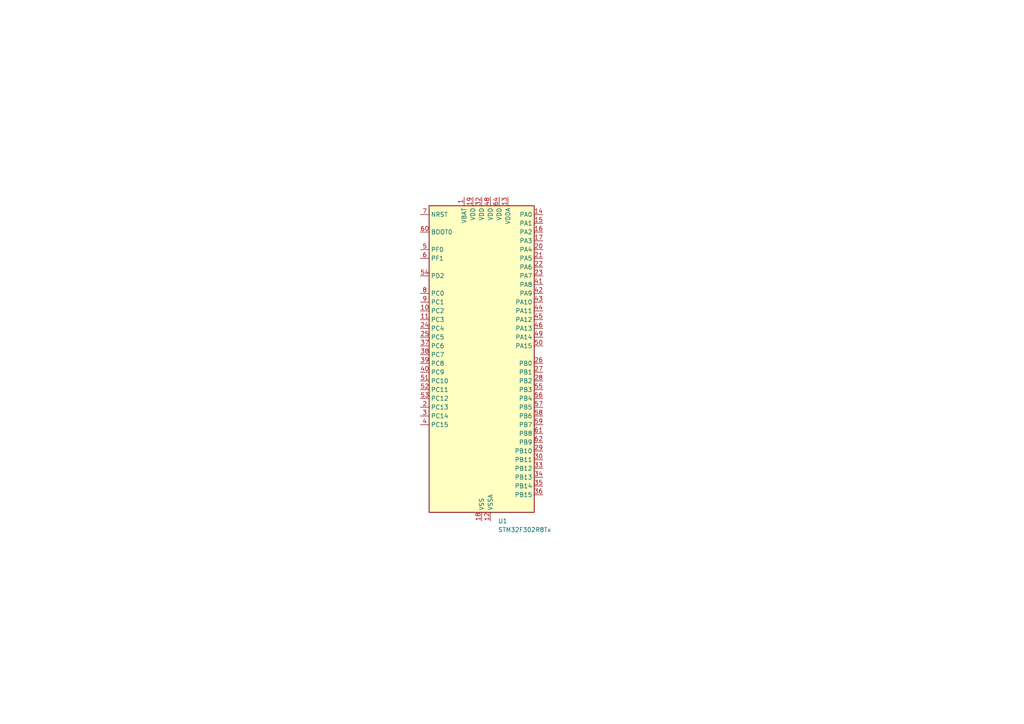
<source format=kicad_sch>
(kicad_sch (version 20231120) (generator "eeschema") (generator_version "8.0")
  (paper "A4")
  (lib_symbols
    (symbol "MCU_ST_STM32F3:STM32F302R8Tx"
      (property "Reference" "U" (at -15.24 46.99 0))
      (property "Value" "STM32F302R8Tx" (at 10.16 46.99 0))
      (symbol "STM32F302R8Tx_0_1"
        (rectangle (start -15.24 -43.18) (end 15.24 45.72) (stroke (width 0.254)) (fill (type background)))
      )
      (symbol "STM32F302R8Tx_1_1"
        (pin power_in line (at -5.08 48.26 270) (length 2.54) (name "VBAT") (number "1"))
        (pin bidirectional line (at -17.78 15.24 0) (length 2.54) (name "PC2") (number "10"))
        (pin bidirectional line (at -17.78 12.7 0) (length 2.54) (name "PC3") (number "11"))
        (pin power_in line (at 2.54 -45.72 90) (length 2.54) (name "VSSA") (number "12"))
        (pin power_in line (at 7.62 48.26 270) (length 2.54) (name "VDDA") (number "13"))
        (pin bidirectional line (at 17.78 43.18 180) (length 2.54) (name "PA0") (number "14"))
        (pin bidirectional line (at 17.78 40.64 180) (length 2.54) (name "PA1") (number "15"))
        (pin bidirectional line (at 17.78 38.1 180) (length 2.54) (name "PA2") (number "16"))
        (pin bidirectional line (at 17.78 35.56 180) (length 2.54) (name "PA3") (number "17"))
        (pin power_in line (at 0 -45.72 90) (length 2.54) (name "VSS") (number "18"))
        (pin power_in line (at -2.54 48.26 270) (length 2.54) (name "VDD") (number "19"))
        (pin bidirectional line (at -17.78 -12.7 0) (length 2.54) (name "PC13") (number "2"))
        (pin bidirectional line (at 17.78 33.02 180) (length 2.54) (name "PA4") (number "20"))
        (pin bidirectional line (at 17.78 30.48 180) (length 2.54) (name "PA5") (number "21"))
        (pin bidirectional line (at 17.78 27.94 180) (length 2.54) (name "PA6") (number "22"))
        (pin bidirectional line (at 17.78 25.4 180) (length 2.54) (name "PA7") (number "23"))
        (pin bidirectional line (at -17.78 10.16 0) (length 2.54) (name "PC4") (number "24"))
        (pin bidirectional line (at -17.78 7.62 0) (length 2.54) (name "PC5") (number "25"))
        (pin bidirectional line (at 17.78 0 180) (length 2.54) (name "PB0") (number "26"))
        (pin bidirectional line (at 17.78 -2.54 180) (length 2.54) (name "PB1") (number "27"))
        (pin bidirectional line (at 17.78 -5.08 180) (length 2.54) (name "PB2") (number "28"))
        (pin bidirectional line (at 17.78 -25.4 180) (length 2.54) (name "PB10") (number "29"))
        (pin bidirectional line (at -17.78 -15.24 0) (length 2.54) (name "PC14") (number "3"))
        (pin bidirectional line (at 17.78 -27.94 180) (length 2.54) (name "PB11") (number "30"))
        (pin passive line (at 0 -45.72 90) (length 2.54) hide (name "VSS") (number "31"))
        (pin power_in line (at 0 48.26 270) (length 2.54) (name "VDD") (number "32"))
        (pin bidirectional line (at 17.78 -30.48 180) (length 2.54) (name "PB12") (number "33"))
        (pin bidirectional line (at 17.78 -33.02 180) (length 2.54) (name "PB13") (number "34"))
        (pin bidirectional line (at 17.78 -35.56 180) (length 2.54) (name "PB14") (number "35"))
        (pin bidirectional line (at 17.78 -38.1 180) (length 2.54) (name "PB15") (number "36"))
        (pin bidirectional line (at -17.78 5.08 0) (length 2.54) (name "PC6") (number "37"))
        (pin bidirectional line (at -17.78 2.54 0) (length 2.54) (name "PC7") (number "38"))
        (pin bidirectional line (at -17.78 0 0) (length 2.54) (name "PC8") (number "39"))
        (pin bidirectional line (at -17.78 -17.78 0) (length 2.54) (name "PC15") (number "4"))
        (pin bidirectional line (at -17.78 -2.54 0) (length 2.54) (name "PC9") (number "40"))
        (pin bidirectional line (at 17.78 22.86 180) (length 2.54) (name "PA8") (number "41"))
        (pin bidirectional line (at 17.78 20.32 180) (length 2.54) (name "PA9") (number "42"))
        (pin bidirectional line (at 17.78 17.78 180) (length 2.54) (name "PA10") (number "43"))
        (pin bidirectional line (at 17.78 15.24 180) (length 2.54) (name "PA11") (number "44"))
        (pin bidirectional line (at 17.78 12.7 180) (length 2.54) (name "PA12") (number "45"))
        (pin bidirectional line (at 17.78 10.16 180) (length 2.54) (name "PA13") (number "46"))
        (pin passive line (at 0 -45.72 90) (length 2.54) hide (name "VSS") (number "47"))
        (pin power_in line (at 2.54 48.26 270) (length 2.54) (name "VDD") (number "48"))
        (pin bidirectional line (at 17.78 7.62 180) (length 2.54) (name "PA14") (number "49"))
        (pin bidirectional line (at -17.78 33.02 0) (length 2.54) (name "PF0") (number "5"))
        (pin bidirectional line (at 17.78 5.08 180) (length 2.54) (name "PA15") (number "50"))
        (pin bidirectional line (at -17.78 -5.08 0) (length 2.54) (name "PC10") (number "51"))
        (pin bidirectional line (at -17.78 -7.62 0) (length 2.54) (name "PC11") (number "52"))
        (pin bidirectional line (at -17.78 -10.16 0) (length 2.54) (name "PC12") (number "53"))
        (pin bidirectional line (at -17.78 25.4 0) (length 2.54) (name "PD2") (number "54"))
        (pin bidirectional line (at 17.78 -7.62 180) (length 2.54) (name "PB3") (number "55"))
        (pin bidirectional line (at 17.78 -10.16 180) (length 2.54) (name "PB4") (number "56"))
        (pin bidirectional line (at 17.78 -12.7 180) (length 2.54) (name "PB5") (number "57"))
        (pin bidirectional line (at 17.78 -15.24 180) (length 2.54) (name "PB6") (number "58"))
        (pin bidirectional line (at 17.78 -17.78 180) (length 2.54) (name "PB7") (number "59"))
        (pin bidirectional line (at -17.78 30.48 0) (length 2.54) (name "PF1") (number "6"))
        (pin input line (at -17.78 38.1 0) (length 2.54) (name "BOOT0") (number "60"))
        (pin bidirectional line (at 17.78 -20.32 180) (length 2.54) (name "PB8") (number "61"))
        (pin bidirectional line (at 17.78 -22.86 180) (length 2.54) (name "PB9") (number "62"))
        (pin passive line (at 0 -45.72 90) (length 2.54) hide (name "VSS") (number "63"))
        (pin power_in line (at 5.08 48.26 270) (length 2.54) (name "VDD") (number "64"))
        (pin input line (at -17.78 43.18 0) (length 2.54) (name "NRST") (number "7"))
        (pin bidirectional line (at -17.78 20.32 0) (length 2.54) (name "PC0") (number "8"))
        (pin bidirectional line (at -17.78 17.78 0) (length 2.54) (name "PC1") (number "9"))
      )
    )
  )
  (symbol (lib_id "MCU_ST_STM32F3:STM32F302R8Tx") (at 139.7 105.41 0) (unit 1)
    (property "Reference" "U1" (at 144.4341 151.13 0) (effects (justify left)))
    (property "Value" "STM32F302R8Tx" (at 144.4341 153.67 0) (effects (justify left)))
    (property "Footprint" "Package_QFP:LQFP-64_10x10mm_P0.5mm" (effects (hide yes)))
    (property "Datasheet" "https://www.st.com/resource/en/datasheet/stm32f302r8.pdf" (effects (hide yes)))
    (property "Description" "STMicroelectronics Arm Cortex-M4 MCU, 64KB flash, 16KB RAM, 72 MHz, 2.0-3.6V, 51 GPIO, LQFP64" (effects (hide yes)))
  )
)
</source>
